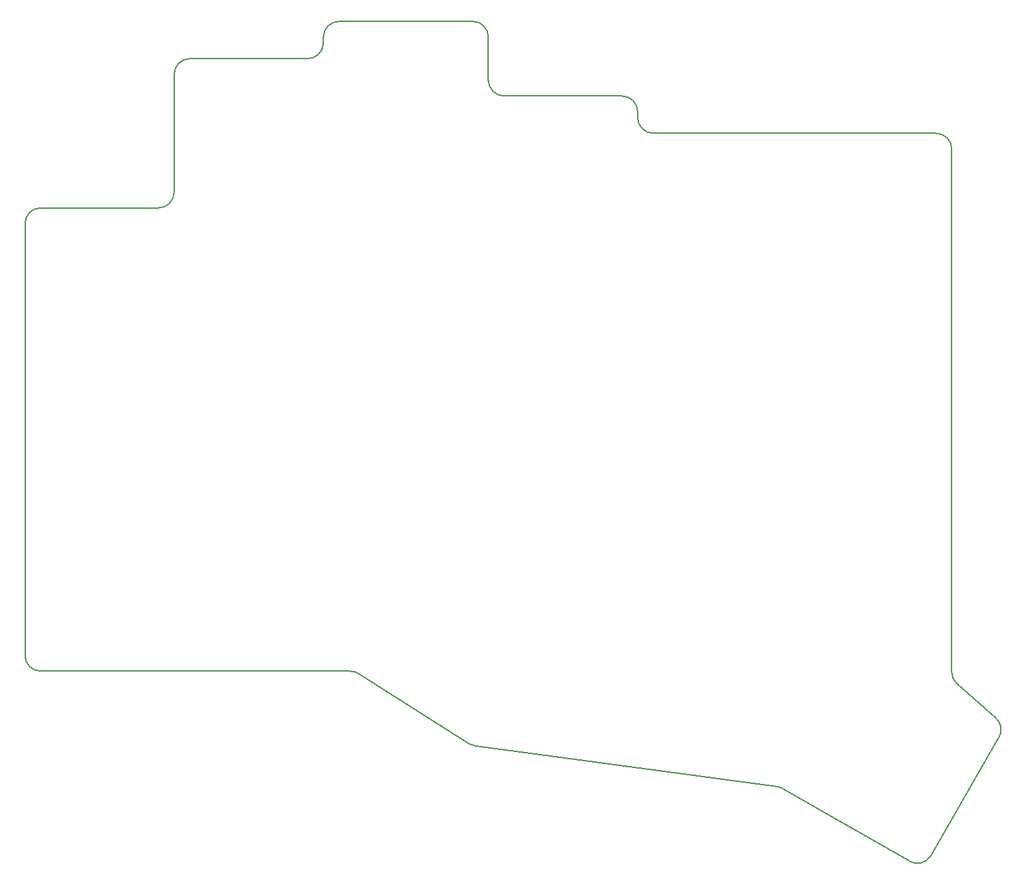
<source format=gbr>
%TF.GenerationSoftware,KiCad,Pcbnew,9.0.7*%
%TF.CreationDate,2026-01-26T01:07:57-05:00*%
%TF.ProjectId,v3,76332e6b-6963-4616-945f-706362585858,rev?*%
%TF.SameCoordinates,Original*%
%TF.FileFunction,Profile,NP*%
%FSLAX46Y46*%
G04 Gerber Fmt 4.6, Leading zero omitted, Abs format (unit mm)*
G04 Created by KiCad (PCBNEW 9.0.7) date 2026-01-26 01:07:57*
%MOMM*%
%LPD*%
G01*
G04 APERTURE LIST*
%TA.AperFunction,Profile*%
%ADD10C,0.150000*%
%TD*%
G04 APERTURE END LIST*
D10*
X101200000Y-68400000D02*
X86200000Y-68400000D01*
X86200000Y-127400000D02*
X125619941Y-127400000D01*
X143200000Y-52150000D02*
X143200000Y-46650000D01*
X84200000Y-70400000D02*
G75*
G02*
X86200000Y-68400000I2000000J0D01*
G01*
X141200000Y-44650000D02*
G75*
G02*
X143200000Y-46650000I0J-2000000D01*
G01*
X141200000Y-44650000D02*
X124200000Y-44650000D01*
X145200000Y-54150000D02*
G75*
G02*
X143200000Y-52150000I0J2000000D01*
G01*
X126690045Y-127710362D02*
X140829180Y-136665147D01*
X103200000Y-51400000D02*
G75*
G02*
X105200000Y-49400000I2000000J0D01*
G01*
X141635088Y-136957982D02*
X179964029Y-142065932D01*
X160200000Y-54150000D02*
G75*
G02*
X162200000Y-56150000I0J-2000000D01*
G01*
X164200000Y-58900000D02*
G75*
G02*
X162200000Y-56900000I0J2000000D01*
G01*
X180699832Y-142316355D02*
X196811216Y-151618267D01*
X200200000Y-58900000D02*
G75*
G02*
X202200000Y-60900000I0J-2000000D01*
G01*
X84200000Y-70400000D02*
X84200000Y-125400000D01*
X200200000Y-58900000D02*
X164200000Y-58900000D01*
X207815077Y-133349193D02*
G75*
G02*
X208224725Y-135849596I-1322377J-1500407D01*
G01*
X86200000Y-127400000D02*
G75*
G02*
X84200000Y-125400000I0J2000000D01*
G01*
X122200000Y-47400000D02*
G75*
G02*
X120200000Y-49400000I-2000000J0D01*
G01*
X207815077Y-133349193D02*
X202877551Y-128997201D01*
X103200000Y-51400000D02*
X103200000Y-66400000D01*
X202877551Y-128997201D02*
G75*
G02*
X202200023Y-127496825I1322349J1500301D01*
G01*
X179964029Y-142065932D02*
G75*
G02*
X180699826Y-142316365I-264329J-1982768D01*
G01*
X162200000Y-56900000D02*
X162200000Y-56150000D01*
X103200000Y-66400000D02*
G75*
G02*
X101200000Y-68400000I-2000000J0D01*
G01*
X202200000Y-127496825D02*
X202200000Y-60900000D01*
X120200000Y-49400000D02*
X105200000Y-49400000D01*
X160200000Y-54150000D02*
X145200000Y-54150000D01*
X122200000Y-46650000D02*
X122200000Y-47400000D01*
X122200000Y-46650000D02*
G75*
G02*
X124200000Y-44650000I2000000J0D01*
G01*
X141635088Y-136957982D02*
G75*
G02*
X140829175Y-136665155I264212J1982582D01*
G01*
X125619941Y-127400000D02*
G75*
G02*
X126690058Y-127710341I-41J-2000300D01*
G01*
X199543267Y-150886216D02*
G75*
G02*
X196811208Y-151618281I-1732067J1000016D01*
G01*
X199543267Y-150886216D02*
X208224679Y-135849569D01*
M02*

</source>
